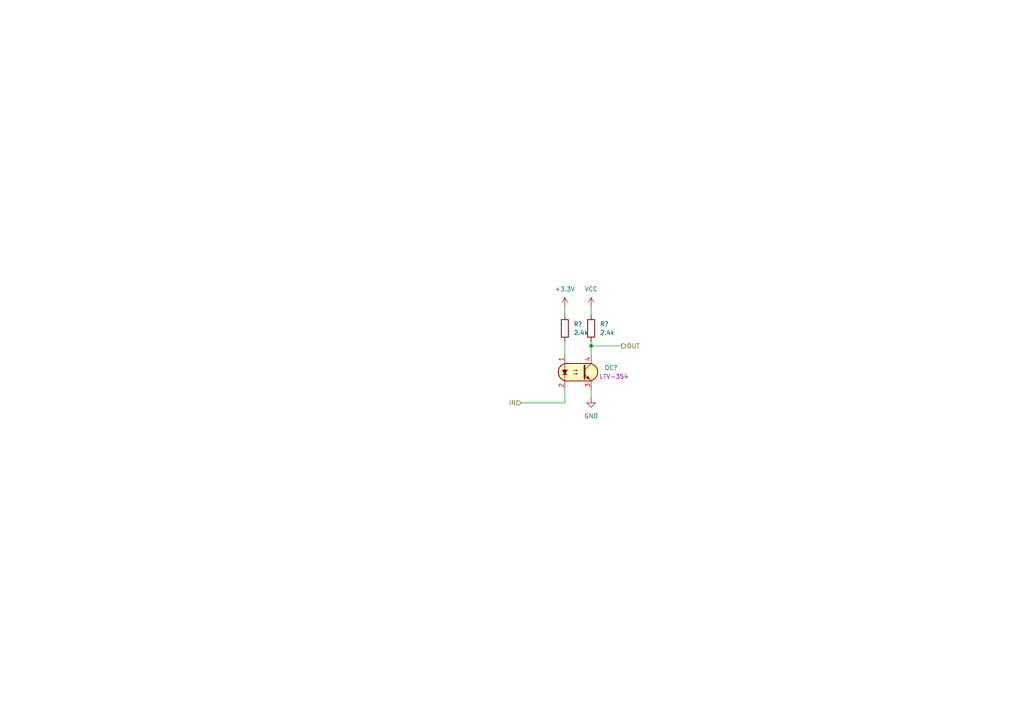
<source format=kicad_sch>
(kicad_sch
	(version 20250114)
	(generator "eeschema")
	(generator_version "9.0")
	(uuid "e17328de-3c60-4e8f-9f9b-3bd1344a1139")
	(paper "A4")
	(lib_symbols
		(symbol "Optocoupler_AKL:FOD817S"
			(pin_names
				(offset 1.016)
			)
			(exclude_from_sim no)
			(in_bom yes)
			(on_board yes)
			(property "Reference" "OC"
				(at 6.35 1.27 0)
				(effects
					(font
						(size 1.27 1.27)
					)
					(justify left)
				)
			)
			(property "Value" "FOD817S"
				(at 6.35 -1.27 0)
				(effects
					(font
						(size 1.27 1.27)
					)
					(justify left)
				)
			)
			(property "Footprint" "Package_DIP_AKL:SMDIP-4_W9.53mm"
				(at -5.08 -5.08 0)
				(effects
					(font
						(size 1.27 1.27)
						(italic yes)
					)
					(justify left)
					(hide yes)
				)
			)
			(property "Datasheet" "https://www.tme.eu/Document/3a0358906a5fcb3aa253d025de809a1d/FOD814300W.PDF"
				(at 0 0 0)
				(effects
					(font
						(size 1.27 1.27)
					)
					(justify left)
					(hide yes)
				)
			)
			(property "Description" "SMDIP-4 Optocoupler, Transistor output, 5kV, 8us, Alternate KiCAD Library"
				(at 0 0 0)
				(effects
					(font
						(size 1.27 1.27)
					)
					(hide yes)
				)
			)
			(property "ki_keywords" "NPN Optocoupler transistor output bidirectional input FOD817"
				(at 0 0 0)
				(effects
					(font
						(size 1.27 1.27)
					)
					(hide yes)
				)
			)
			(property "ki_fp_filters" "DIP*W7.62mm*"
				(at 0 0 0)
				(effects
					(font
						(size 1.27 1.27)
					)
					(hide yes)
				)
			)
			(symbol "FOD817S_0_1"
				(polyline
					(pts
						(xy -4.445 -0.635) (xy -3.175 -0.635)
					)
					(stroke
						(width 0.254)
						(type default)
					)
					(fill
						(type none)
					)
				)
				(polyline
					(pts
						(xy -3.81 -0.635) (xy -4.445 0.635) (xy -3.175 0.635) (xy -3.81 -0.635)
					)
					(stroke
						(width 0.254)
						(type default)
					)
					(fill
						(type outline)
					)
				)
				(polyline
					(pts
						(xy -3.81 -2.54) (xy -3.81 -1.27) (xy -3.81 2.54)
					)
					(stroke
						(width 0.1524)
						(type default)
					)
					(fill
						(type none)
					)
				)
				(polyline
					(pts
						(xy -3.175 2.54) (xy 3.175 2.54)
					)
					(stroke
						(width 0.254)
						(type default)
					)
					(fill
						(type none)
					)
				)
				(arc
					(start -3.1975 -2.54)
					(mid -5.7151 0)
					(end -3.1975 2.54)
					(stroke
						(width 0.254)
						(type default)
					)
					(fill
						(type none)
					)
				)
				(polyline
					(pts
						(xy -2.54 2.54) (xy 3.429 2.54) (xy 4.318 2.286) (xy 4.699 2.032) (xy 5.08 1.651) (xy 5.461 1.016)
						(xy 5.715 0.381) (xy 5.715 -0.381) (xy 5.461 -1.143) (xy 4.826 -1.905) (xy 4.191 -2.286) (xy 3.302 -2.54)
						(xy -3.81 -2.54) (xy -3.81 -2.54) (xy -4.572 -2.032) (xy -5.08 -1.778) (xy -5.588 -0.508) (xy -5.588 0.254)
						(xy -5.588 1.016) (xy -5.08 1.778) (xy -4.318 2.286) (xy -3.556 2.54) (xy -2.54 2.54)
					)
					(stroke
						(width 0.01)
						(type default)
					)
					(fill
						(type background)
					)
				)
				(polyline
					(pts
						(xy -1.397 0.508) (xy -0.127 0.508) (xy -0.508 0.381) (xy -0.508 0.635) (xy -0.127 0.508)
					)
					(stroke
						(width 0)
						(type default)
					)
					(fill
						(type none)
					)
				)
				(polyline
					(pts
						(xy -1.397 -0.508) (xy -0.127 -0.508) (xy -0.508 -0.635) (xy -0.508 -0.381) (xy -0.127 -0.508)
					)
					(stroke
						(width 0)
						(type default)
					)
					(fill
						(type none)
					)
				)
				(polyline
					(pts
						(xy 1.905 1.905) (xy 1.905 -1.905) (xy 1.905 -1.905)
					)
					(stroke
						(width 0.508)
						(type default)
					)
					(fill
						(type none)
					)
				)
				(polyline
					(pts
						(xy 1.905 0.635) (xy 3.81 2.54)
					)
					(stroke
						(width 0)
						(type default)
					)
					(fill
						(type none)
					)
				)
				(polyline
					(pts
						(xy 2.413 -1.651) (xy 2.921 -1.143) (xy 3.429 -2.159) (xy 2.413 -1.651) (xy 2.413 -1.651)
					)
					(stroke
						(width 0)
						(type default)
					)
					(fill
						(type outline)
					)
				)
				(arc
					(start 3.1975 2.54)
					(mid 5.7151 0)
					(end 3.1975 -2.54)
					(stroke
						(width 0.254)
						(type default)
					)
					(fill
						(type none)
					)
				)
				(polyline
					(pts
						(xy 3.175 -2.54) (xy -3.175 -2.54)
					)
					(stroke
						(width 0.254)
						(type default)
					)
					(fill
						(type none)
					)
				)
				(polyline
					(pts
						(xy 3.81 -2.54) (xy 1.905 -0.635)
					)
					(stroke
						(width 0)
						(type default)
					)
					(fill
						(type outline)
					)
				)
			)
			(symbol "FOD817S_1_1"
				(pin passive line
					(at -3.81 5.08 270)
					(length 2.54)
					(name "~"
						(effects
							(font
								(size 1.27 1.27)
							)
						)
					)
					(number "1"
						(effects
							(font
								(size 1.27 1.27)
							)
						)
					)
				)
				(pin passive line
					(at -3.81 -5.08 90)
					(length 2.54)
					(name "~"
						(effects
							(font
								(size 1.27 1.27)
							)
						)
					)
					(number "2"
						(effects
							(font
								(size 1.27 1.27)
							)
						)
					)
				)
				(pin passive line
					(at 3.81 5.08 270)
					(length 2.54)
					(name "~"
						(effects
							(font
								(size 1.27 1.27)
							)
						)
					)
					(number "4"
						(effects
							(font
								(size 1.27 1.27)
							)
						)
					)
				)
				(pin passive line
					(at 3.81 -5.08 90)
					(length 2.54)
					(name "~"
						(effects
							(font
								(size 1.27 1.27)
							)
						)
					)
					(number "3"
						(effects
							(font
								(size 1.27 1.27)
							)
						)
					)
				)
			)
			(embedded_fonts no)
		)
		(symbol "Resistor_AKL:R_0603"
			(pin_numbers
				(hide yes)
			)
			(pin_names
				(offset 0)
			)
			(exclude_from_sim no)
			(in_bom yes)
			(on_board yes)
			(property "Reference" "R"
				(at 2.54 1.27 0)
				(effects
					(font
						(size 1.27 1.27)
					)
					(justify left)
				)
			)
			(property "Value" "R_0603"
				(at 2.54 -1.27 0)
				(effects
					(font
						(size 1.27 1.27)
					)
					(justify left)
				)
			)
			(property "Footprint" "Resistor_SMD_AKL:R_0603_1608Metric"
				(at 0 -11.43 0)
				(effects
					(font
						(size 1.27 1.27)
					)
					(hide yes)
				)
			)
			(property "Datasheet" "~"
				(at 0 0 0)
				(effects
					(font
						(size 1.27 1.27)
					)
					(hide yes)
				)
			)
			(property "Description" "SMD 0603 Chip Resistor, European Symbol, Alternate KiCad Library"
				(at 0 0 0)
				(effects
					(font
						(size 1.27 1.27)
					)
					(hide yes)
				)
			)
			(property "ki_keywords" "R res resistor eu SMD 0603"
				(at 0 0 0)
				(effects
					(font
						(size 1.27 1.27)
					)
					(hide yes)
				)
			)
			(property "ki_fp_filters" "R_*"
				(at 0 0 0)
				(effects
					(font
						(size 1.27 1.27)
					)
					(hide yes)
				)
			)
			(symbol "R_0603_0_1"
				(rectangle
					(start -1.016 2.54)
					(end 1.016 -2.54)
					(stroke
						(width 0.254)
						(type default)
					)
					(fill
						(type none)
					)
				)
			)
			(symbol "R_0603_0_2"
				(polyline
					(pts
						(xy -2.54 -2.54) (xy -1.524 -1.524)
					)
					(stroke
						(width 0)
						(type default)
					)
					(fill
						(type none)
					)
				)
				(polyline
					(pts
						(xy 1.524 1.524) (xy 2.54 2.54)
					)
					(stroke
						(width 0)
						(type default)
					)
					(fill
						(type none)
					)
				)
				(polyline
					(pts
						(xy 1.524 1.524) (xy 0.889 2.159) (xy -2.159 -0.889) (xy -0.889 -2.159) (xy 2.159 0.889) (xy 1.524 1.524)
					)
					(stroke
						(width 0.254)
						(type default)
					)
					(fill
						(type none)
					)
				)
			)
			(symbol "R_0603_1_1"
				(pin passive line
					(at 0 3.81 270)
					(length 1.27)
					(name "~"
						(effects
							(font
								(size 1.27 1.27)
							)
						)
					)
					(number "1"
						(effects
							(font
								(size 1.27 1.27)
							)
						)
					)
				)
				(pin passive line
					(at 0 -3.81 90)
					(length 1.27)
					(name "~"
						(effects
							(font
								(size 1.27 1.27)
							)
						)
					)
					(number "2"
						(effects
							(font
								(size 1.27 1.27)
							)
						)
					)
				)
			)
			(symbol "R_0603_1_2"
				(pin passive line
					(at -2.54 -2.54 0)
					(length 0)
					(name ""
						(effects
							(font
								(size 1.27 1.27)
							)
						)
					)
					(number "2"
						(effects
							(font
								(size 1.27 1.27)
							)
						)
					)
				)
				(pin passive line
					(at 2.54 2.54 180)
					(length 0)
					(name ""
						(effects
							(font
								(size 1.27 1.27)
							)
						)
					)
					(number "1"
						(effects
							(font
								(size 1.27 1.27)
							)
						)
					)
				)
			)
			(embedded_fonts no)
		)
		(symbol "power:+3.3V"
			(power)
			(pin_numbers
				(hide yes)
			)
			(pin_names
				(offset 0)
				(hide yes)
			)
			(exclude_from_sim no)
			(in_bom yes)
			(on_board yes)
			(property "Reference" "#PWR"
				(at 0 -3.81 0)
				(effects
					(font
						(size 1.27 1.27)
					)
					(hide yes)
				)
			)
			(property "Value" "+3.3V"
				(at 0 3.556 0)
				(effects
					(font
						(size 1.27 1.27)
					)
				)
			)
			(property "Footprint" ""
				(at 0 0 0)
				(effects
					(font
						(size 1.27 1.27)
					)
					(hide yes)
				)
			)
			(property "Datasheet" ""
				(at 0 0 0)
				(effects
					(font
						(size 1.27 1.27)
					)
					(hide yes)
				)
			)
			(property "Description" "Power symbol creates a global label with name \"+3.3V\""
				(at 0 0 0)
				(effects
					(font
						(size 1.27 1.27)
					)
					(hide yes)
				)
			)
			(property "ki_keywords" "global power"
				(at 0 0 0)
				(effects
					(font
						(size 1.27 1.27)
					)
					(hide yes)
				)
			)
			(symbol "+3.3V_0_1"
				(polyline
					(pts
						(xy -0.762 1.27) (xy 0 2.54)
					)
					(stroke
						(width 0)
						(type default)
					)
					(fill
						(type none)
					)
				)
				(polyline
					(pts
						(xy 0 2.54) (xy 0.762 1.27)
					)
					(stroke
						(width 0)
						(type default)
					)
					(fill
						(type none)
					)
				)
				(polyline
					(pts
						(xy 0 0) (xy 0 2.54)
					)
					(stroke
						(width 0)
						(type default)
					)
					(fill
						(type none)
					)
				)
			)
			(symbol "+3.3V_1_1"
				(pin power_in line
					(at 0 0 90)
					(length 0)
					(name "~"
						(effects
							(font
								(size 1.27 1.27)
							)
						)
					)
					(number "1"
						(effects
							(font
								(size 1.27 1.27)
							)
						)
					)
				)
			)
			(embedded_fonts no)
		)
		(symbol "power:GND"
			(power)
			(pin_numbers
				(hide yes)
			)
			(pin_names
				(offset 0)
				(hide yes)
			)
			(exclude_from_sim no)
			(in_bom yes)
			(on_board yes)
			(property "Reference" "#PWR"
				(at 0 -6.35 0)
				(effects
					(font
						(size 1.27 1.27)
					)
					(hide yes)
				)
			)
			(property "Value" "GND"
				(at 0 -3.81 0)
				(effects
					(font
						(size 1.27 1.27)
					)
				)
			)
			(property "Footprint" ""
				(at 0 0 0)
				(effects
					(font
						(size 1.27 1.27)
					)
					(hide yes)
				)
			)
			(property "Datasheet" ""
				(at 0 0 0)
				(effects
					(font
						(size 1.27 1.27)
					)
					(hide yes)
				)
			)
			(property "Description" "Power symbol creates a global label with name \"GND\" , ground"
				(at 0 0 0)
				(effects
					(font
						(size 1.27 1.27)
					)
					(hide yes)
				)
			)
			(property "ki_keywords" "global power"
				(at 0 0 0)
				(effects
					(font
						(size 1.27 1.27)
					)
					(hide yes)
				)
			)
			(symbol "GND_0_1"
				(polyline
					(pts
						(xy 0 0) (xy 0 -1.27) (xy 1.27 -1.27) (xy 0 -2.54) (xy -1.27 -1.27) (xy 0 -1.27)
					)
					(stroke
						(width 0)
						(type default)
					)
					(fill
						(type none)
					)
				)
			)
			(symbol "GND_1_1"
				(pin power_in line
					(at 0 0 270)
					(length 0)
					(name "~"
						(effects
							(font
								(size 1.27 1.27)
							)
						)
					)
					(number "1"
						(effects
							(font
								(size 1.27 1.27)
							)
						)
					)
				)
			)
			(embedded_fonts no)
		)
		(symbol "power:VCC"
			(power)
			(pin_numbers
				(hide yes)
			)
			(pin_names
				(offset 0)
				(hide yes)
			)
			(exclude_from_sim no)
			(in_bom yes)
			(on_board yes)
			(property "Reference" "#PWR"
				(at 0 -3.81 0)
				(effects
					(font
						(size 1.27 1.27)
					)
					(hide yes)
				)
			)
			(property "Value" "VCC"
				(at 0 3.556 0)
				(effects
					(font
						(size 1.27 1.27)
					)
				)
			)
			(property "Footprint" ""
				(at 0 0 0)
				(effects
					(font
						(size 1.27 1.27)
					)
					(hide yes)
				)
			)
			(property "Datasheet" ""
				(at 0 0 0)
				(effects
					(font
						(size 1.27 1.27)
					)
					(hide yes)
				)
			)
			(property "Description" "Power symbol creates a global label with name \"VCC\""
				(at 0 0 0)
				(effects
					(font
						(size 1.27 1.27)
					)
					(hide yes)
				)
			)
			(property "ki_keywords" "global power"
				(at 0 0 0)
				(effects
					(font
						(size 1.27 1.27)
					)
					(hide yes)
				)
			)
			(symbol "VCC_0_1"
				(polyline
					(pts
						(xy -0.762 1.27) (xy 0 2.54)
					)
					(stroke
						(width 0)
						(type default)
					)
					(fill
						(type none)
					)
				)
				(polyline
					(pts
						(xy 0 2.54) (xy 0.762 1.27)
					)
					(stroke
						(width 0)
						(type default)
					)
					(fill
						(type none)
					)
				)
				(polyline
					(pts
						(xy 0 0) (xy 0 2.54)
					)
					(stroke
						(width 0)
						(type default)
					)
					(fill
						(type none)
					)
				)
			)
			(symbol "VCC_1_1"
				(pin power_in line
					(at 0 0 90)
					(length 0)
					(name "~"
						(effects
							(font
								(size 1.27 1.27)
							)
						)
					)
					(number "1"
						(effects
							(font
								(size 1.27 1.27)
							)
						)
					)
				)
			)
			(embedded_fonts no)
		)
	)
	(junction
		(at 171.45 100.33)
		(diameter 0)
		(color 0 0 0 0)
		(uuid "d9663efb-4843-4268-ac38-7ff3bde38540")
	)
	(wire
		(pts
			(xy 171.45 113.03) (xy 171.45 115.57)
		)
		(stroke
			(width 0)
			(type default)
		)
		(uuid "0fd40de8-4298-4b91-82c3-a7092bd92fde")
	)
	(wire
		(pts
			(xy 163.83 116.84) (xy 163.83 113.03)
		)
		(stroke
			(width 0)
			(type default)
		)
		(uuid "116b1d4a-f5da-476a-a5e5-5e2a786216be")
	)
	(wire
		(pts
			(xy 163.83 99.06) (xy 163.83 102.87)
		)
		(stroke
			(width 0)
			(type default)
		)
		(uuid "18afa9a6-2fe4-4f4e-bea0-3ca63200ee48")
	)
	(wire
		(pts
			(xy 171.45 100.33) (xy 171.45 102.87)
		)
		(stroke
			(width 0)
			(type default)
		)
		(uuid "4c832482-9ef9-4855-9cca-d2d09365a625")
	)
	(wire
		(pts
			(xy 171.45 100.33) (xy 180.34 100.33)
		)
		(stroke
			(width 0)
			(type default)
		)
		(uuid "57e32cbd-9e1a-448a-8a29-412061defb89")
	)
	(wire
		(pts
			(xy 171.45 99.06) (xy 171.45 100.33)
		)
		(stroke
			(width 0)
			(type default)
		)
		(uuid "78b7a202-90fa-4358-8c5c-7f57d0cdd16d")
	)
	(wire
		(pts
			(xy 163.83 88.9) (xy 163.83 91.44)
		)
		(stroke
			(width 0)
			(type default)
		)
		(uuid "790ad52f-3d21-4cd3-a856-0fde1bab8d54")
	)
	(wire
		(pts
			(xy 151.13 116.84) (xy 163.83 116.84)
		)
		(stroke
			(width 0)
			(type default)
		)
		(uuid "abc90367-213d-40fd-98c3-237daebd8e80")
	)
	(wire
		(pts
			(xy 171.45 88.9) (xy 171.45 91.44)
		)
		(stroke
			(width 0)
			(type default)
		)
		(uuid "bdbccecc-c785-4ae3-89a4-56d804dde88c")
	)
	(hierarchical_label "IN"
		(shape input)
		(at 151.13 116.84 180)
		(effects
			(font
				(size 1.27 1.27)
			)
			(justify right)
		)
		(uuid "103e6268-5d34-4842-b213-4a765352a2df")
	)
	(hierarchical_label "OUT"
		(shape output)
		(at 180.34 100.33 0)
		(effects
			(font
				(size 1.27 1.27)
			)
			(justify left)
		)
		(uuid "401758be-863a-48ca-9200-83f0bc7d8997")
	)
	(symbol
		(lib_id "Resistor_AKL:R_0603")
		(at 171.45 95.25 180)
		(unit 1)
		(exclude_from_sim no)
		(in_bom yes)
		(on_board yes)
		(dnp no)
		(fields_autoplaced yes)
		(uuid "17011627-53d3-4d4b-b40a-9efcb436a215")
		(property "Reference" "R?"
			(at 173.99 93.9799 0)
			(effects
				(font
					(size 1.27 1.27)
				)
				(justify right)
			)
		)
		(property "Value" "2.4k"
			(at 173.99 96.5199 0)
			(effects
				(font
					(size 1.27 1.27)
				)
				(justify right)
			)
		)
		(property "Footprint" "Resistor_SMD_AKL:R_0603_1608Metric"
			(at 171.45 83.82 0)
			(effects
				(font
					(size 1.27 1.27)
				)
				(hide yes)
			)
		)
		(property "Datasheet" "~"
			(at 171.45 95.25 0)
			(effects
				(font
					(size 1.27 1.27)
				)
				(hide yes)
			)
		)
		(property "Description" "SMD 0603 Chip Resistor, European Symbol, Alternate KiCad Library"
			(at 171.45 95.25 0)
			(effects
				(font
					(size 1.27 1.27)
				)
				(hide yes)
			)
		)
		(pin "2"
			(uuid "2422cc49-4326-4f26-8c26-640f88374b73")
		)
		(pin "1"
			(uuid "c0bcb9ff-80b1-47dd-b456-08f92038bc94")
		)
		(instances
			(project "PLC4UNI Richard"
				(path "/e17328de-3c60-4e8f-9f9b-3bd1344a1139"
					(reference "R?")
					(unit 1)
				)
			)
		)
	)
	(symbol
		(lib_id "Optocoupler_AKL:FOD817S")
		(at 167.64 107.95 0)
		(unit 1)
		(exclude_from_sim no)
		(in_bom yes)
		(on_board yes)
		(dnp no)
		(uuid "220f5d7e-93fd-4014-8790-218500e5ccc9")
		(property "Reference" "OC?"
			(at 175.26 106.6799 0)
			(effects
				(font
					(size 1.27 1.27)
				)
				(justify left)
			)
		)
		(property "Value" "FOD817S"
			(at 175.26 109.2199 0)
			(effects
				(font
					(size 1.27 1.27)
				)
				(justify left)
				(hide yes)
			)
		)
		(property "Footprint" "Package_DIP_AKL:SMDIP-4_W9.53mm"
			(at 162.56 113.03 0)
			(effects
				(font
					(size 1.27 1.27)
					(italic yes)
				)
				(justify left)
				(hide yes)
			)
		)
		(property "Datasheet" "https://www.tme.eu/Document/3a0358906a5fcb3aa253d025de809a1d/FOD814300W.PDF"
			(at 167.64 107.95 0)
			(effects
				(font
					(size 1.27 1.27)
				)
				(justify left)
				(hide yes)
			)
		)
		(property "Description" "SMDIP-4 Optocoupler, Transistor output, 5kV, 8us, Alternate KiCAD Library"
			(at 167.64 107.95 0)
			(effects
				(font
					(size 1.27 1.27)
				)
				(hide yes)
			)
		)
		(property "Part Number" "LTV-354"
			(at 178.054 109.22 0)
			(effects
				(font
					(size 1.27 1.27)
				)
			)
		)
		(pin "3"
			(uuid "3add9cda-09d2-49a7-ae18-4d4791715369")
		)
		(pin "4"
			(uuid "a201b8ef-e957-4a42-8d8d-b3aec4576c62")
		)
		(pin "2"
			(uuid "d6c6d088-b566-4c0f-a303-bd1f8930cc06")
		)
		(pin "1"
			(uuid "c8611cc0-8f0c-46f1-8d87-140ba3b1c740")
		)
		(instances
			(project "PLC4UNI Richard"
				(path "/e17328de-3c60-4e8f-9f9b-3bd1344a1139"
					(reference "OC?")
					(unit 1)
				)
			)
		)
	)
	(symbol
		(lib_id "power:+3.3V")
		(at 163.83 88.9 0)
		(unit 1)
		(exclude_from_sim no)
		(in_bom yes)
		(on_board yes)
		(dnp no)
		(fields_autoplaced yes)
		(uuid "5645b968-772b-4a25-9cee-adf4503e941a")
		(property "Reference" "#PWR?"
			(at 163.83 92.71 0)
			(effects
				(font
					(size 1.27 1.27)
				)
				(hide yes)
			)
		)
		(property "Value" "+3.3V"
			(at 163.83 83.82 0)
			(effects
				(font
					(size 1.27 1.27)
				)
			)
		)
		(property "Footprint" ""
			(at 163.83 88.9 0)
			(effects
				(font
					(size 1.27 1.27)
				)
				(hide yes)
			)
		)
		(property "Datasheet" ""
			(at 163.83 88.9 0)
			(effects
				(font
					(size 1.27 1.27)
				)
				(hide yes)
			)
		)
		(property "Description" "Power symbol creates a global label with name \"+3.3V\""
			(at 163.83 88.9 0)
			(effects
				(font
					(size 1.27 1.27)
				)
				(hide yes)
			)
		)
		(pin "1"
			(uuid "9182d3df-fb22-4f64-8453-ada56590e41d")
		)
		(instances
			(project "PLC4UNI Richard"
				(path "/e17328de-3c60-4e8f-9f9b-3bd1344a1139"
					(reference "#PWR?")
					(unit 1)
				)
			)
		)
	)
	(symbol
		(lib_id "power:GND")
		(at 171.45 115.57 0)
		(unit 1)
		(exclude_from_sim no)
		(in_bom yes)
		(on_board yes)
		(dnp no)
		(fields_autoplaced yes)
		(uuid "5d4fab6a-fb39-4f50-868e-29e0bfe07703")
		(property "Reference" "#PWR?"
			(at 171.45 121.92 0)
			(effects
				(font
					(size 1.27 1.27)
				)
				(hide yes)
			)
		)
		(property "Value" "GND"
			(at 171.45 120.65 0)
			(effects
				(font
					(size 1.27 1.27)
				)
			)
		)
		(property "Footprint" ""
			(at 171.45 115.57 0)
			(effects
				(font
					(size 1.27 1.27)
				)
				(hide yes)
			)
		)
		(property "Datasheet" ""
			(at 171.45 115.57 0)
			(effects
				(font
					(size 1.27 1.27)
				)
				(hide yes)
			)
		)
		(property "Description" "Power symbol creates a global label with name \"GND\" , ground"
			(at 171.45 115.57 0)
			(effects
				(font
					(size 1.27 1.27)
				)
				(hide yes)
			)
		)
		(pin "1"
			(uuid "cf2a66f3-8142-4d8f-ad57-a5918b843778")
		)
		(instances
			(project "PLC4UNI Richard"
				(path "/e17328de-3c60-4e8f-9f9b-3bd1344a1139"
					(reference "#PWR?")
					(unit 1)
				)
			)
		)
	)
	(symbol
		(lib_id "power:VCC")
		(at 171.45 88.9 0)
		(unit 1)
		(exclude_from_sim no)
		(in_bom yes)
		(on_board yes)
		(dnp no)
		(fields_autoplaced yes)
		(uuid "7adcd7ef-f2a0-4357-b586-65b07a0be1a2")
		(property "Reference" "#PWR?"
			(at 171.45 92.71 0)
			(effects
				(font
					(size 1.27 1.27)
				)
				(hide yes)
			)
		)
		(property "Value" "VCC"
			(at 171.45 83.82 0)
			(effects
				(font
					(size 1.27 1.27)
				)
			)
		)
		(property "Footprint" ""
			(at 171.45 88.9 0)
			(effects
				(font
					(size 1.27 1.27)
				)
				(hide yes)
			)
		)
		(property "Datasheet" ""
			(at 171.45 88.9 0)
			(effects
				(font
					(size 1.27 1.27)
				)
				(hide yes)
			)
		)
		(property "Description" "Power symbol creates a global label with name \"VCC\""
			(at 171.45 88.9 0)
			(effects
				(font
					(size 1.27 1.27)
				)
				(hide yes)
			)
		)
		(pin "1"
			(uuid "dadda8a0-cf35-4bbd-b4c5-5deccfb9bc50")
		)
		(instances
			(project "PLC4UNI Richard"
				(path "/e17328de-3c60-4e8f-9f9b-3bd1344a1139"
					(reference "#PWR?")
					(unit 1)
				)
			)
		)
	)
	(symbol
		(lib_id "Resistor_AKL:R_0603")
		(at 163.83 95.25 180)
		(unit 1)
		(exclude_from_sim no)
		(in_bom yes)
		(on_board yes)
		(dnp no)
		(fields_autoplaced yes)
		(uuid "bd95e6fb-b899-441d-afc3-ed75529b39d7")
		(property "Reference" "R?"
			(at 166.37 93.9799 0)
			(effects
				(font
					(size 1.27 1.27)
				)
				(justify right)
			)
		)
		(property "Value" "2.4k"
			(at 166.37 96.5199 0)
			(effects
				(font
					(size 1.27 1.27)
				)
				(justify right)
			)
		)
		(property "Footprint" "Resistor_SMD_AKL:R_0603_1608Metric"
			(at 163.83 83.82 0)
			(effects
				(font
					(size 1.27 1.27)
				)
				(hide yes)
			)
		)
		(property "Datasheet" "~"
			(at 163.83 95.25 0)
			(effects
				(font
					(size 1.27 1.27)
				)
				(hide yes)
			)
		)
		(property "Description" "SMD 0603 Chip Resistor, European Symbol, Alternate KiCad Library"
			(at 163.83 95.25 0)
			(effects
				(font
					(size 1.27 1.27)
				)
				(hide yes)
			)
		)
		(pin "2"
			(uuid "b22d0693-f26a-4a1d-8dcb-951903b024e4")
		)
		(pin "1"
			(uuid "d6bc462d-10c6-4a22-9acd-e51bc99a91d2")
		)
		(instances
			(project "PLC4UNI Richard"
				(path "/e17328de-3c60-4e8f-9f9b-3bd1344a1139"
					(reference "R?")
					(unit 1)
				)
			)
		)
	)
	(sheet_instances
		(path "/"
			(page "1")
		)
	)
	(embedded_fonts no)
)

</source>
